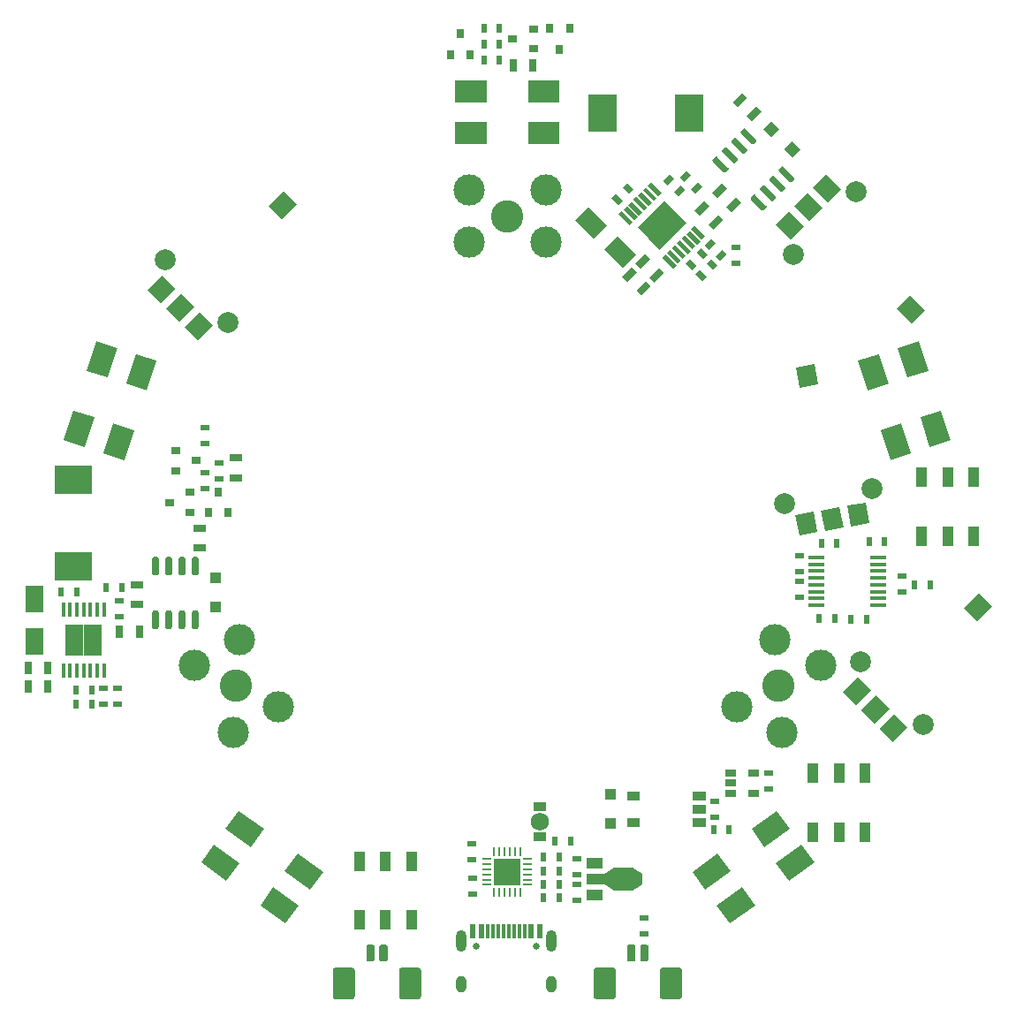
<source format=gbs>
G04 #@! TF.GenerationSoftware,KiCad,Pcbnew,5.1.5+dfsg1-2build2*
G04 #@! TF.CreationDate,2020-08-12T20:41:45+02:00*
G04 #@! TF.ProjectId,camera-flash,63616d65-7261-42d6-966c-6173682e6b69,rev?*
G04 #@! TF.SameCoordinates,Original*
G04 #@! TF.FileFunction,Soldermask,Bot*
G04 #@! TF.FilePolarity,Negative*
%FSLAX46Y46*%
G04 Gerber Fmt 4.6, Leading zero omitted, Abs format (unit mm)*
G04 Created by KiCad (PCBNEW 5.1.5+dfsg1-2build2) date 2020-08-12 20:41:45*
%MOMM*%
%LPD*%
G04 APERTURE LIST*
%ADD10C,3.000000*%
%ADD11C,3.100000*%
%ADD12C,2.000000*%
%ADD13C,0.100000*%
%ADD14R,1.100000X1.100000*%
%ADD15R,0.700000X1.300000*%
%ADD16R,1.500000X0.450000*%
%ADD17R,1.060000X0.650000*%
%ADD18R,1.800000X1.500000*%
%ADD19R,0.450000X1.450000*%
%ADD20R,1.840000X2.200000*%
%ADD21R,1.500000X1.000000*%
%ADD22R,1.800000X1.000000*%
%ADD23R,0.825000X0.250000*%
%ADD24R,0.250000X0.825000*%
%ADD25R,2.650000X2.650000*%
%ADD26R,1.100000X1.950000*%
%ADD27R,0.600000X0.900000*%
%ADD28R,0.900000X0.600000*%
%ADD29R,1.300000X0.700000*%
%ADD30R,0.900000X0.800000*%
%ADD31R,0.800000X0.900000*%
%ADD32R,3.600000X2.700000*%
%ADD33R,2.700000X3.600000*%
%ADD34R,0.600000X1.450000*%
%ADD35O,1.000000X2.100000*%
%ADD36O,1.000000X1.600000*%
%ADD37C,0.650000*%
%ADD38R,0.300000X1.450000*%
%ADD39R,1.300000X0.900000*%
%ADD40C,1.750000*%
%ADD41R,1.800000X2.500000*%
G04 APERTURE END LIST*
D10*
X73704936Y-119454294D03*
X70004936Y-113045706D03*
X74335064Y-110545706D03*
X78035064Y-116954294D03*
D11*
X74020000Y-115000000D03*
D10*
X129995064Y-113045706D03*
X126295064Y-119454294D03*
X121964936Y-116954294D03*
X125664936Y-110545706D03*
D11*
X125980000Y-115000000D03*
D10*
X96300000Y-67500000D03*
X103700000Y-67500000D03*
X103700000Y-72500000D03*
X96300000Y-72500000D03*
D11*
X100000000Y-70000000D03*
D12*
X139816117Y-118694291D03*
X133805709Y-112683883D03*
D13*
G36*
X132144008Y-115547666D02*
G01*
X133558222Y-114133452D01*
X134831014Y-115406244D01*
X133416800Y-116820458D01*
X132144008Y-115547666D01*
G37*
G36*
X138366548Y-118941778D02*
G01*
X136952334Y-120355992D01*
X135679542Y-119083200D01*
X137093756Y-117668986D01*
X138366548Y-118941778D01*
G37*
G36*
X136598781Y-117174011D02*
G01*
X135184567Y-118588225D01*
X133911775Y-117315433D01*
X135325989Y-115901219D01*
X136598781Y-117174011D01*
G37*
G36*
X146427565Y-107345227D02*
G01*
X145013351Y-108759441D01*
X143740559Y-107486649D01*
X145154773Y-106072435D01*
X146427565Y-107345227D01*
G37*
D12*
X134940498Y-96078438D03*
X126569632Y-97554447D03*
D13*
G36*
X127962393Y-100558231D02*
G01*
X127615097Y-98588616D01*
X129387751Y-98276049D01*
X129735047Y-100245664D01*
X127962393Y-100558231D01*
G37*
G36*
X134311789Y-97407808D02*
G01*
X134659085Y-99377423D01*
X132886431Y-99689990D01*
X132539135Y-97720375D01*
X134311789Y-97407808D01*
G37*
G36*
X131849770Y-97841929D02*
G01*
X132197066Y-99811544D01*
X130424412Y-100124111D01*
X130077116Y-98154496D01*
X131849770Y-97841929D01*
G37*
G36*
X129436060Y-84153101D02*
G01*
X129783356Y-86122716D01*
X128010702Y-86435283D01*
X127663406Y-84465668D01*
X129436060Y-84153101D01*
G37*
D12*
X73216117Y-80194291D03*
X67205709Y-74183883D03*
D13*
G36*
X65544008Y-77047666D02*
G01*
X66958222Y-75633452D01*
X68231014Y-76906244D01*
X66816800Y-78320458D01*
X65544008Y-77047666D01*
G37*
G36*
X71766548Y-80441778D02*
G01*
X70352334Y-81855992D01*
X69079542Y-80583200D01*
X70493756Y-79168986D01*
X71766548Y-80441778D01*
G37*
G36*
X69998781Y-78674011D02*
G01*
X68584567Y-80088225D01*
X67311775Y-78815433D01*
X68725989Y-77401219D01*
X69998781Y-78674011D01*
G37*
G36*
X79827565Y-68845227D02*
G01*
X78413351Y-70259441D01*
X77140559Y-68986649D01*
X78554773Y-67572435D01*
X79827565Y-68845227D01*
G37*
D12*
X127405709Y-73616117D03*
X133416117Y-67605709D03*
D13*
G36*
X130552334Y-65944008D02*
G01*
X131966548Y-67358222D01*
X130693756Y-68631014D01*
X129279542Y-67216800D01*
X130552334Y-65944008D01*
G37*
G36*
X127158222Y-72166548D02*
G01*
X125744008Y-70752334D01*
X127016800Y-69479542D01*
X128431014Y-70893756D01*
X127158222Y-72166548D01*
G37*
G36*
X128925989Y-70398781D02*
G01*
X127511775Y-68984567D01*
X128784567Y-67711775D01*
X130198781Y-69125989D01*
X128925989Y-70398781D01*
G37*
G36*
X138754773Y-80227565D02*
G01*
X137340559Y-78813351D01*
X138613351Y-77540559D01*
X140027565Y-78954773D01*
X138754773Y-80227565D01*
G37*
D14*
X109866548Y-125397918D03*
X109866548Y-128197918D03*
X72000000Y-104600000D03*
X72000000Y-107400000D03*
D13*
G36*
X126087868Y-61610051D02*
G01*
X125310051Y-62387868D01*
X124532234Y-61610051D01*
X125310051Y-60832234D01*
X126087868Y-61610051D01*
G37*
G36*
X128067766Y-63589949D02*
G01*
X127289949Y-64367766D01*
X126512132Y-63589949D01*
X127289949Y-62812132D01*
X128067766Y-63589949D01*
G37*
G36*
X66443765Y-107783565D02*
G01*
X66458326Y-107785725D01*
X66472605Y-107789302D01*
X66486465Y-107794261D01*
X66499772Y-107800555D01*
X66512398Y-107808123D01*
X66524221Y-107816891D01*
X66535128Y-107826777D01*
X66545014Y-107837684D01*
X66553782Y-107849507D01*
X66561350Y-107862133D01*
X66567644Y-107875440D01*
X66572603Y-107889300D01*
X66576180Y-107903579D01*
X66578340Y-107918140D01*
X66579062Y-107932843D01*
X66579062Y-109382843D01*
X66578340Y-109397546D01*
X66576180Y-109412107D01*
X66572603Y-109426386D01*
X66567644Y-109440246D01*
X66561350Y-109453553D01*
X66553782Y-109466179D01*
X66545014Y-109478002D01*
X66535128Y-109488909D01*
X66524221Y-109498795D01*
X66512398Y-109507563D01*
X66499772Y-109515131D01*
X66486465Y-109521425D01*
X66472605Y-109526384D01*
X66458326Y-109529961D01*
X66443765Y-109532121D01*
X66429062Y-109532843D01*
X66129062Y-109532843D01*
X66114359Y-109532121D01*
X66099798Y-109529961D01*
X66085519Y-109526384D01*
X66071659Y-109521425D01*
X66058352Y-109515131D01*
X66045726Y-109507563D01*
X66033903Y-109498795D01*
X66022996Y-109488909D01*
X66013110Y-109478002D01*
X66004342Y-109466179D01*
X65996774Y-109453553D01*
X65990480Y-109440246D01*
X65985521Y-109426386D01*
X65981944Y-109412107D01*
X65979784Y-109397546D01*
X65979062Y-109382843D01*
X65979062Y-107932843D01*
X65979784Y-107918140D01*
X65981944Y-107903579D01*
X65985521Y-107889300D01*
X65990480Y-107875440D01*
X65996774Y-107862133D01*
X66004342Y-107849507D01*
X66013110Y-107837684D01*
X66022996Y-107826777D01*
X66033903Y-107816891D01*
X66045726Y-107808123D01*
X66058352Y-107800555D01*
X66071659Y-107794261D01*
X66085519Y-107789302D01*
X66099798Y-107785725D01*
X66114359Y-107783565D01*
X66129062Y-107782843D01*
X66429062Y-107782843D01*
X66443765Y-107783565D01*
G37*
G36*
X67713765Y-107783565D02*
G01*
X67728326Y-107785725D01*
X67742605Y-107789302D01*
X67756465Y-107794261D01*
X67769772Y-107800555D01*
X67782398Y-107808123D01*
X67794221Y-107816891D01*
X67805128Y-107826777D01*
X67815014Y-107837684D01*
X67823782Y-107849507D01*
X67831350Y-107862133D01*
X67837644Y-107875440D01*
X67842603Y-107889300D01*
X67846180Y-107903579D01*
X67848340Y-107918140D01*
X67849062Y-107932843D01*
X67849062Y-109382843D01*
X67848340Y-109397546D01*
X67846180Y-109412107D01*
X67842603Y-109426386D01*
X67837644Y-109440246D01*
X67831350Y-109453553D01*
X67823782Y-109466179D01*
X67815014Y-109478002D01*
X67805128Y-109488909D01*
X67794221Y-109498795D01*
X67782398Y-109507563D01*
X67769772Y-109515131D01*
X67756465Y-109521425D01*
X67742605Y-109526384D01*
X67728326Y-109529961D01*
X67713765Y-109532121D01*
X67699062Y-109532843D01*
X67399062Y-109532843D01*
X67384359Y-109532121D01*
X67369798Y-109529961D01*
X67355519Y-109526384D01*
X67341659Y-109521425D01*
X67328352Y-109515131D01*
X67315726Y-109507563D01*
X67303903Y-109498795D01*
X67292996Y-109488909D01*
X67283110Y-109478002D01*
X67274342Y-109466179D01*
X67266774Y-109453553D01*
X67260480Y-109440246D01*
X67255521Y-109426386D01*
X67251944Y-109412107D01*
X67249784Y-109397546D01*
X67249062Y-109382843D01*
X67249062Y-107932843D01*
X67249784Y-107918140D01*
X67251944Y-107903579D01*
X67255521Y-107889300D01*
X67260480Y-107875440D01*
X67266774Y-107862133D01*
X67274342Y-107849507D01*
X67283110Y-107837684D01*
X67292996Y-107826777D01*
X67303903Y-107816891D01*
X67315726Y-107808123D01*
X67328352Y-107800555D01*
X67341659Y-107794261D01*
X67355519Y-107789302D01*
X67369798Y-107785725D01*
X67384359Y-107783565D01*
X67399062Y-107782843D01*
X67699062Y-107782843D01*
X67713765Y-107783565D01*
G37*
G36*
X68983765Y-107783565D02*
G01*
X68998326Y-107785725D01*
X69012605Y-107789302D01*
X69026465Y-107794261D01*
X69039772Y-107800555D01*
X69052398Y-107808123D01*
X69064221Y-107816891D01*
X69075128Y-107826777D01*
X69085014Y-107837684D01*
X69093782Y-107849507D01*
X69101350Y-107862133D01*
X69107644Y-107875440D01*
X69112603Y-107889300D01*
X69116180Y-107903579D01*
X69118340Y-107918140D01*
X69119062Y-107932843D01*
X69119062Y-109382843D01*
X69118340Y-109397546D01*
X69116180Y-109412107D01*
X69112603Y-109426386D01*
X69107644Y-109440246D01*
X69101350Y-109453553D01*
X69093782Y-109466179D01*
X69085014Y-109478002D01*
X69075128Y-109488909D01*
X69064221Y-109498795D01*
X69052398Y-109507563D01*
X69039772Y-109515131D01*
X69026465Y-109521425D01*
X69012605Y-109526384D01*
X68998326Y-109529961D01*
X68983765Y-109532121D01*
X68969062Y-109532843D01*
X68669062Y-109532843D01*
X68654359Y-109532121D01*
X68639798Y-109529961D01*
X68625519Y-109526384D01*
X68611659Y-109521425D01*
X68598352Y-109515131D01*
X68585726Y-109507563D01*
X68573903Y-109498795D01*
X68562996Y-109488909D01*
X68553110Y-109478002D01*
X68544342Y-109466179D01*
X68536774Y-109453553D01*
X68530480Y-109440246D01*
X68525521Y-109426386D01*
X68521944Y-109412107D01*
X68519784Y-109397546D01*
X68519062Y-109382843D01*
X68519062Y-107932843D01*
X68519784Y-107918140D01*
X68521944Y-107903579D01*
X68525521Y-107889300D01*
X68530480Y-107875440D01*
X68536774Y-107862133D01*
X68544342Y-107849507D01*
X68553110Y-107837684D01*
X68562996Y-107826777D01*
X68573903Y-107816891D01*
X68585726Y-107808123D01*
X68598352Y-107800555D01*
X68611659Y-107794261D01*
X68625519Y-107789302D01*
X68639798Y-107785725D01*
X68654359Y-107783565D01*
X68669062Y-107782843D01*
X68969062Y-107782843D01*
X68983765Y-107783565D01*
G37*
G36*
X70253765Y-107783565D02*
G01*
X70268326Y-107785725D01*
X70282605Y-107789302D01*
X70296465Y-107794261D01*
X70309772Y-107800555D01*
X70322398Y-107808123D01*
X70334221Y-107816891D01*
X70345128Y-107826777D01*
X70355014Y-107837684D01*
X70363782Y-107849507D01*
X70371350Y-107862133D01*
X70377644Y-107875440D01*
X70382603Y-107889300D01*
X70386180Y-107903579D01*
X70388340Y-107918140D01*
X70389062Y-107932843D01*
X70389062Y-109382843D01*
X70388340Y-109397546D01*
X70386180Y-109412107D01*
X70382603Y-109426386D01*
X70377644Y-109440246D01*
X70371350Y-109453553D01*
X70363782Y-109466179D01*
X70355014Y-109478002D01*
X70345128Y-109488909D01*
X70334221Y-109498795D01*
X70322398Y-109507563D01*
X70309772Y-109515131D01*
X70296465Y-109521425D01*
X70282605Y-109526384D01*
X70268326Y-109529961D01*
X70253765Y-109532121D01*
X70239062Y-109532843D01*
X69939062Y-109532843D01*
X69924359Y-109532121D01*
X69909798Y-109529961D01*
X69895519Y-109526384D01*
X69881659Y-109521425D01*
X69868352Y-109515131D01*
X69855726Y-109507563D01*
X69843903Y-109498795D01*
X69832996Y-109488909D01*
X69823110Y-109478002D01*
X69814342Y-109466179D01*
X69806774Y-109453553D01*
X69800480Y-109440246D01*
X69795521Y-109426386D01*
X69791944Y-109412107D01*
X69789784Y-109397546D01*
X69789062Y-109382843D01*
X69789062Y-107932843D01*
X69789784Y-107918140D01*
X69791944Y-107903579D01*
X69795521Y-107889300D01*
X69800480Y-107875440D01*
X69806774Y-107862133D01*
X69814342Y-107849507D01*
X69823110Y-107837684D01*
X69832996Y-107826777D01*
X69843903Y-107816891D01*
X69855726Y-107808123D01*
X69868352Y-107800555D01*
X69881659Y-107794261D01*
X69895519Y-107789302D01*
X69909798Y-107785725D01*
X69924359Y-107783565D01*
X69939062Y-107782843D01*
X70239062Y-107782843D01*
X70253765Y-107783565D01*
G37*
G36*
X70253765Y-102633565D02*
G01*
X70268326Y-102635725D01*
X70282605Y-102639302D01*
X70296465Y-102644261D01*
X70309772Y-102650555D01*
X70322398Y-102658123D01*
X70334221Y-102666891D01*
X70345128Y-102676777D01*
X70355014Y-102687684D01*
X70363782Y-102699507D01*
X70371350Y-102712133D01*
X70377644Y-102725440D01*
X70382603Y-102739300D01*
X70386180Y-102753579D01*
X70388340Y-102768140D01*
X70389062Y-102782843D01*
X70389062Y-104232843D01*
X70388340Y-104247546D01*
X70386180Y-104262107D01*
X70382603Y-104276386D01*
X70377644Y-104290246D01*
X70371350Y-104303553D01*
X70363782Y-104316179D01*
X70355014Y-104328002D01*
X70345128Y-104338909D01*
X70334221Y-104348795D01*
X70322398Y-104357563D01*
X70309772Y-104365131D01*
X70296465Y-104371425D01*
X70282605Y-104376384D01*
X70268326Y-104379961D01*
X70253765Y-104382121D01*
X70239062Y-104382843D01*
X69939062Y-104382843D01*
X69924359Y-104382121D01*
X69909798Y-104379961D01*
X69895519Y-104376384D01*
X69881659Y-104371425D01*
X69868352Y-104365131D01*
X69855726Y-104357563D01*
X69843903Y-104348795D01*
X69832996Y-104338909D01*
X69823110Y-104328002D01*
X69814342Y-104316179D01*
X69806774Y-104303553D01*
X69800480Y-104290246D01*
X69795521Y-104276386D01*
X69791944Y-104262107D01*
X69789784Y-104247546D01*
X69789062Y-104232843D01*
X69789062Y-102782843D01*
X69789784Y-102768140D01*
X69791944Y-102753579D01*
X69795521Y-102739300D01*
X69800480Y-102725440D01*
X69806774Y-102712133D01*
X69814342Y-102699507D01*
X69823110Y-102687684D01*
X69832996Y-102676777D01*
X69843903Y-102666891D01*
X69855726Y-102658123D01*
X69868352Y-102650555D01*
X69881659Y-102644261D01*
X69895519Y-102639302D01*
X69909798Y-102635725D01*
X69924359Y-102633565D01*
X69939062Y-102632843D01*
X70239062Y-102632843D01*
X70253765Y-102633565D01*
G37*
G36*
X68983765Y-102633565D02*
G01*
X68998326Y-102635725D01*
X69012605Y-102639302D01*
X69026465Y-102644261D01*
X69039772Y-102650555D01*
X69052398Y-102658123D01*
X69064221Y-102666891D01*
X69075128Y-102676777D01*
X69085014Y-102687684D01*
X69093782Y-102699507D01*
X69101350Y-102712133D01*
X69107644Y-102725440D01*
X69112603Y-102739300D01*
X69116180Y-102753579D01*
X69118340Y-102768140D01*
X69119062Y-102782843D01*
X69119062Y-104232843D01*
X69118340Y-104247546D01*
X69116180Y-104262107D01*
X69112603Y-104276386D01*
X69107644Y-104290246D01*
X69101350Y-104303553D01*
X69093782Y-104316179D01*
X69085014Y-104328002D01*
X69075128Y-104338909D01*
X69064221Y-104348795D01*
X69052398Y-104357563D01*
X69039772Y-104365131D01*
X69026465Y-104371425D01*
X69012605Y-104376384D01*
X68998326Y-104379961D01*
X68983765Y-104382121D01*
X68969062Y-104382843D01*
X68669062Y-104382843D01*
X68654359Y-104382121D01*
X68639798Y-104379961D01*
X68625519Y-104376384D01*
X68611659Y-104371425D01*
X68598352Y-104365131D01*
X68585726Y-104357563D01*
X68573903Y-104348795D01*
X68562996Y-104338909D01*
X68553110Y-104328002D01*
X68544342Y-104316179D01*
X68536774Y-104303553D01*
X68530480Y-104290246D01*
X68525521Y-104276386D01*
X68521944Y-104262107D01*
X68519784Y-104247546D01*
X68519062Y-104232843D01*
X68519062Y-102782843D01*
X68519784Y-102768140D01*
X68521944Y-102753579D01*
X68525521Y-102739300D01*
X68530480Y-102725440D01*
X68536774Y-102712133D01*
X68544342Y-102699507D01*
X68553110Y-102687684D01*
X68562996Y-102676777D01*
X68573903Y-102666891D01*
X68585726Y-102658123D01*
X68598352Y-102650555D01*
X68611659Y-102644261D01*
X68625519Y-102639302D01*
X68639798Y-102635725D01*
X68654359Y-102633565D01*
X68669062Y-102632843D01*
X68969062Y-102632843D01*
X68983765Y-102633565D01*
G37*
G36*
X67713765Y-102633565D02*
G01*
X67728326Y-102635725D01*
X67742605Y-102639302D01*
X67756465Y-102644261D01*
X67769772Y-102650555D01*
X67782398Y-102658123D01*
X67794221Y-102666891D01*
X67805128Y-102676777D01*
X67815014Y-102687684D01*
X67823782Y-102699507D01*
X67831350Y-102712133D01*
X67837644Y-102725440D01*
X67842603Y-102739300D01*
X67846180Y-102753579D01*
X67848340Y-102768140D01*
X67849062Y-102782843D01*
X67849062Y-104232843D01*
X67848340Y-104247546D01*
X67846180Y-104262107D01*
X67842603Y-104276386D01*
X67837644Y-104290246D01*
X67831350Y-104303553D01*
X67823782Y-104316179D01*
X67815014Y-104328002D01*
X67805128Y-104338909D01*
X67794221Y-104348795D01*
X67782398Y-104357563D01*
X67769772Y-104365131D01*
X67756465Y-104371425D01*
X67742605Y-104376384D01*
X67728326Y-104379961D01*
X67713765Y-104382121D01*
X67699062Y-104382843D01*
X67399062Y-104382843D01*
X67384359Y-104382121D01*
X67369798Y-104379961D01*
X67355519Y-104376384D01*
X67341659Y-104371425D01*
X67328352Y-104365131D01*
X67315726Y-104357563D01*
X67303903Y-104348795D01*
X67292996Y-104338909D01*
X67283110Y-104328002D01*
X67274342Y-104316179D01*
X67266774Y-104303553D01*
X67260480Y-104290246D01*
X67255521Y-104276386D01*
X67251944Y-104262107D01*
X67249784Y-104247546D01*
X67249062Y-104232843D01*
X67249062Y-102782843D01*
X67249784Y-102768140D01*
X67251944Y-102753579D01*
X67255521Y-102739300D01*
X67260480Y-102725440D01*
X67266774Y-102712133D01*
X67274342Y-102699507D01*
X67283110Y-102687684D01*
X67292996Y-102676777D01*
X67303903Y-102666891D01*
X67315726Y-102658123D01*
X67328352Y-102650555D01*
X67341659Y-102644261D01*
X67355519Y-102639302D01*
X67369798Y-102635725D01*
X67384359Y-102633565D01*
X67399062Y-102632843D01*
X67699062Y-102632843D01*
X67713765Y-102633565D01*
G37*
G36*
X66443765Y-102633565D02*
G01*
X66458326Y-102635725D01*
X66472605Y-102639302D01*
X66486465Y-102644261D01*
X66499772Y-102650555D01*
X66512398Y-102658123D01*
X66524221Y-102666891D01*
X66535128Y-102676777D01*
X66545014Y-102687684D01*
X66553782Y-102699507D01*
X66561350Y-102712133D01*
X66567644Y-102725440D01*
X66572603Y-102739300D01*
X66576180Y-102753579D01*
X66578340Y-102768140D01*
X66579062Y-102782843D01*
X66579062Y-104232843D01*
X66578340Y-104247546D01*
X66576180Y-104262107D01*
X66572603Y-104276386D01*
X66567644Y-104290246D01*
X66561350Y-104303553D01*
X66553782Y-104316179D01*
X66545014Y-104328002D01*
X66535128Y-104338909D01*
X66524221Y-104348795D01*
X66512398Y-104357563D01*
X66499772Y-104365131D01*
X66486465Y-104371425D01*
X66472605Y-104376384D01*
X66458326Y-104379961D01*
X66443765Y-104382121D01*
X66429062Y-104382843D01*
X66129062Y-104382843D01*
X66114359Y-104382121D01*
X66099798Y-104379961D01*
X66085519Y-104376384D01*
X66071659Y-104371425D01*
X66058352Y-104365131D01*
X66045726Y-104357563D01*
X66033903Y-104348795D01*
X66022996Y-104338909D01*
X66013110Y-104328002D01*
X66004342Y-104316179D01*
X65996774Y-104303553D01*
X65990480Y-104290246D01*
X65985521Y-104276386D01*
X65981944Y-104262107D01*
X65979784Y-104247546D01*
X65979062Y-104232843D01*
X65979062Y-102782843D01*
X65979784Y-102768140D01*
X65981944Y-102753579D01*
X65985521Y-102739300D01*
X65990480Y-102725440D01*
X65996774Y-102712133D01*
X66004342Y-102699507D01*
X66013110Y-102687684D01*
X66022996Y-102676777D01*
X66033903Y-102666891D01*
X66045726Y-102658123D01*
X66058352Y-102650555D01*
X66071659Y-102644261D01*
X66085519Y-102639302D01*
X66099798Y-102635725D01*
X66114359Y-102633565D01*
X66129062Y-102632843D01*
X66429062Y-102632843D01*
X66443765Y-102633565D01*
G37*
G36*
X123681879Y-67899842D02*
G01*
X123696440Y-67902002D01*
X123710719Y-67905579D01*
X123724579Y-67910538D01*
X123737886Y-67916832D01*
X123750512Y-67924400D01*
X123762335Y-67933168D01*
X123773242Y-67943054D01*
X124798546Y-68968358D01*
X124808432Y-68979265D01*
X124817200Y-68991088D01*
X124824768Y-69003714D01*
X124831062Y-69017021D01*
X124836021Y-69030881D01*
X124839598Y-69045160D01*
X124841758Y-69059721D01*
X124842480Y-69074424D01*
X124841758Y-69089127D01*
X124839598Y-69103688D01*
X124836021Y-69117967D01*
X124831062Y-69131827D01*
X124824768Y-69145134D01*
X124817200Y-69157760D01*
X124808432Y-69169583D01*
X124798546Y-69180490D01*
X124586414Y-69392622D01*
X124575507Y-69402508D01*
X124563684Y-69411276D01*
X124551058Y-69418844D01*
X124537751Y-69425138D01*
X124523891Y-69430097D01*
X124509612Y-69433674D01*
X124495051Y-69435834D01*
X124480348Y-69436556D01*
X124465645Y-69435834D01*
X124451084Y-69433674D01*
X124436805Y-69430097D01*
X124422945Y-69425138D01*
X124409638Y-69418844D01*
X124397012Y-69411276D01*
X124385189Y-69402508D01*
X124374282Y-69392622D01*
X123348978Y-68367318D01*
X123339092Y-68356411D01*
X123330324Y-68344588D01*
X123322756Y-68331962D01*
X123316462Y-68318655D01*
X123311503Y-68304795D01*
X123307926Y-68290516D01*
X123305766Y-68275955D01*
X123305044Y-68261252D01*
X123305766Y-68246549D01*
X123307926Y-68231988D01*
X123311503Y-68217709D01*
X123316462Y-68203849D01*
X123322756Y-68190542D01*
X123330324Y-68177916D01*
X123339092Y-68166093D01*
X123348978Y-68155186D01*
X123561110Y-67943054D01*
X123572017Y-67933168D01*
X123583840Y-67924400D01*
X123596466Y-67916832D01*
X123609773Y-67910538D01*
X123623633Y-67905579D01*
X123637912Y-67902002D01*
X123652473Y-67899842D01*
X123667176Y-67899120D01*
X123681879Y-67899842D01*
G37*
G36*
X124579904Y-67001817D02*
G01*
X124594465Y-67003977D01*
X124608744Y-67007554D01*
X124622604Y-67012513D01*
X124635911Y-67018807D01*
X124648537Y-67026375D01*
X124660360Y-67035143D01*
X124671267Y-67045029D01*
X125696571Y-68070333D01*
X125706457Y-68081240D01*
X125715225Y-68093063D01*
X125722793Y-68105689D01*
X125729087Y-68118996D01*
X125734046Y-68132856D01*
X125737623Y-68147135D01*
X125739783Y-68161696D01*
X125740505Y-68176399D01*
X125739783Y-68191102D01*
X125737623Y-68205663D01*
X125734046Y-68219942D01*
X125729087Y-68233802D01*
X125722793Y-68247109D01*
X125715225Y-68259735D01*
X125706457Y-68271558D01*
X125696571Y-68282465D01*
X125484439Y-68494597D01*
X125473532Y-68504483D01*
X125461709Y-68513251D01*
X125449083Y-68520819D01*
X125435776Y-68527113D01*
X125421916Y-68532072D01*
X125407637Y-68535649D01*
X125393076Y-68537809D01*
X125378373Y-68538531D01*
X125363670Y-68537809D01*
X125349109Y-68535649D01*
X125334830Y-68532072D01*
X125320970Y-68527113D01*
X125307663Y-68520819D01*
X125295037Y-68513251D01*
X125283214Y-68504483D01*
X125272307Y-68494597D01*
X124247003Y-67469293D01*
X124237117Y-67458386D01*
X124228349Y-67446563D01*
X124220781Y-67433937D01*
X124214487Y-67420630D01*
X124209528Y-67406770D01*
X124205951Y-67392491D01*
X124203791Y-67377930D01*
X124203069Y-67363227D01*
X124203791Y-67348524D01*
X124205951Y-67333963D01*
X124209528Y-67319684D01*
X124214487Y-67305824D01*
X124220781Y-67292517D01*
X124228349Y-67279891D01*
X124237117Y-67268068D01*
X124247003Y-67257161D01*
X124459135Y-67045029D01*
X124470042Y-67035143D01*
X124481865Y-67026375D01*
X124494491Y-67018807D01*
X124507798Y-67012513D01*
X124521658Y-67007554D01*
X124535937Y-67003977D01*
X124550498Y-67001817D01*
X124565201Y-67001095D01*
X124579904Y-67001817D01*
G37*
G36*
X125477930Y-66103791D02*
G01*
X125492491Y-66105951D01*
X125506770Y-66109528D01*
X125520630Y-66114487D01*
X125533937Y-66120781D01*
X125546563Y-66128349D01*
X125558386Y-66137117D01*
X125569293Y-66147003D01*
X126594597Y-67172307D01*
X126604483Y-67183214D01*
X126613251Y-67195037D01*
X126620819Y-67207663D01*
X126627113Y-67220970D01*
X126632072Y-67234830D01*
X126635649Y-67249109D01*
X126637809Y-67263670D01*
X126638531Y-67278373D01*
X126637809Y-67293076D01*
X126635649Y-67307637D01*
X126632072Y-67321916D01*
X126627113Y-67335776D01*
X126620819Y-67349083D01*
X126613251Y-67361709D01*
X126604483Y-67373532D01*
X126594597Y-67384439D01*
X126382465Y-67596571D01*
X126371558Y-67606457D01*
X126359735Y-67615225D01*
X126347109Y-67622793D01*
X126333802Y-67629087D01*
X126319942Y-67634046D01*
X126305663Y-67637623D01*
X126291102Y-67639783D01*
X126276399Y-67640505D01*
X126261696Y-67639783D01*
X126247135Y-67637623D01*
X126232856Y-67634046D01*
X126218996Y-67629087D01*
X126205689Y-67622793D01*
X126193063Y-67615225D01*
X126181240Y-67606457D01*
X126170333Y-67596571D01*
X125145029Y-66571267D01*
X125135143Y-66560360D01*
X125126375Y-66548537D01*
X125118807Y-66535911D01*
X125112513Y-66522604D01*
X125107554Y-66508744D01*
X125103977Y-66494465D01*
X125101817Y-66479904D01*
X125101095Y-66465201D01*
X125101817Y-66450498D01*
X125103977Y-66435937D01*
X125107554Y-66421658D01*
X125112513Y-66407798D01*
X125118807Y-66394491D01*
X125126375Y-66381865D01*
X125135143Y-66370042D01*
X125145029Y-66359135D01*
X125357161Y-66147003D01*
X125368068Y-66137117D01*
X125379891Y-66128349D01*
X125392517Y-66120781D01*
X125405824Y-66114487D01*
X125419684Y-66109528D01*
X125433963Y-66105951D01*
X125448524Y-66103791D01*
X125463227Y-66103069D01*
X125477930Y-66103791D01*
G37*
G36*
X126375955Y-65205766D02*
G01*
X126390516Y-65207926D01*
X126404795Y-65211503D01*
X126418655Y-65216462D01*
X126431962Y-65222756D01*
X126444588Y-65230324D01*
X126456411Y-65239092D01*
X126467318Y-65248978D01*
X127492622Y-66274282D01*
X127502508Y-66285189D01*
X127511276Y-66297012D01*
X127518844Y-66309638D01*
X127525138Y-66322945D01*
X127530097Y-66336805D01*
X127533674Y-66351084D01*
X127535834Y-66365645D01*
X127536556Y-66380348D01*
X127535834Y-66395051D01*
X127533674Y-66409612D01*
X127530097Y-66423891D01*
X127525138Y-66437751D01*
X127518844Y-66451058D01*
X127511276Y-66463684D01*
X127502508Y-66475507D01*
X127492622Y-66486414D01*
X127280490Y-66698546D01*
X127269583Y-66708432D01*
X127257760Y-66717200D01*
X127245134Y-66724768D01*
X127231827Y-66731062D01*
X127217967Y-66736021D01*
X127203688Y-66739598D01*
X127189127Y-66741758D01*
X127174424Y-66742480D01*
X127159721Y-66741758D01*
X127145160Y-66739598D01*
X127130881Y-66736021D01*
X127117021Y-66731062D01*
X127103714Y-66724768D01*
X127091088Y-66717200D01*
X127079265Y-66708432D01*
X127068358Y-66698546D01*
X126043054Y-65673242D01*
X126033168Y-65662335D01*
X126024400Y-65650512D01*
X126016832Y-65637886D01*
X126010538Y-65624579D01*
X126005579Y-65610719D01*
X126002002Y-65596440D01*
X125999842Y-65581879D01*
X125999120Y-65567176D01*
X125999842Y-65552473D01*
X126002002Y-65537912D01*
X126005579Y-65523633D01*
X126010538Y-65509773D01*
X126016832Y-65496466D01*
X126024400Y-65483840D01*
X126033168Y-65472017D01*
X126043054Y-65461110D01*
X126255186Y-65248978D01*
X126266093Y-65239092D01*
X126277916Y-65230324D01*
X126290542Y-65222756D01*
X126303849Y-65216462D01*
X126317709Y-65211503D01*
X126331988Y-65207926D01*
X126346549Y-65205766D01*
X126361252Y-65205044D01*
X126375955Y-65205766D01*
G37*
G36*
X122734355Y-61564166D02*
G01*
X122748916Y-61566326D01*
X122763195Y-61569903D01*
X122777055Y-61574862D01*
X122790362Y-61581156D01*
X122802988Y-61588724D01*
X122814811Y-61597492D01*
X122825718Y-61607378D01*
X123851022Y-62632682D01*
X123860908Y-62643589D01*
X123869676Y-62655412D01*
X123877244Y-62668038D01*
X123883538Y-62681345D01*
X123888497Y-62695205D01*
X123892074Y-62709484D01*
X123894234Y-62724045D01*
X123894956Y-62738748D01*
X123894234Y-62753451D01*
X123892074Y-62768012D01*
X123888497Y-62782291D01*
X123883538Y-62796151D01*
X123877244Y-62809458D01*
X123869676Y-62822084D01*
X123860908Y-62833907D01*
X123851022Y-62844814D01*
X123638890Y-63056946D01*
X123627983Y-63066832D01*
X123616160Y-63075600D01*
X123603534Y-63083168D01*
X123590227Y-63089462D01*
X123576367Y-63094421D01*
X123562088Y-63097998D01*
X123547527Y-63100158D01*
X123532824Y-63100880D01*
X123518121Y-63100158D01*
X123503560Y-63097998D01*
X123489281Y-63094421D01*
X123475421Y-63089462D01*
X123462114Y-63083168D01*
X123449488Y-63075600D01*
X123437665Y-63066832D01*
X123426758Y-63056946D01*
X122401454Y-62031642D01*
X122391568Y-62020735D01*
X122382800Y-62008912D01*
X122375232Y-61996286D01*
X122368938Y-61982979D01*
X122363979Y-61969119D01*
X122360402Y-61954840D01*
X122358242Y-61940279D01*
X122357520Y-61925576D01*
X122358242Y-61910873D01*
X122360402Y-61896312D01*
X122363979Y-61882033D01*
X122368938Y-61868173D01*
X122375232Y-61854866D01*
X122382800Y-61842240D01*
X122391568Y-61830417D01*
X122401454Y-61819510D01*
X122613586Y-61607378D01*
X122624493Y-61597492D01*
X122636316Y-61588724D01*
X122648942Y-61581156D01*
X122662249Y-61574862D01*
X122676109Y-61569903D01*
X122690388Y-61566326D01*
X122704949Y-61564166D01*
X122719652Y-61563444D01*
X122734355Y-61564166D01*
G37*
G36*
X121836330Y-62462191D02*
G01*
X121850891Y-62464351D01*
X121865170Y-62467928D01*
X121879030Y-62472887D01*
X121892337Y-62479181D01*
X121904963Y-62486749D01*
X121916786Y-62495517D01*
X121927693Y-62505403D01*
X122952997Y-63530707D01*
X122962883Y-63541614D01*
X122971651Y-63553437D01*
X122979219Y-63566063D01*
X122985513Y-63579370D01*
X122990472Y-63593230D01*
X122994049Y-63607509D01*
X122996209Y-63622070D01*
X122996931Y-63636773D01*
X122996209Y-63651476D01*
X122994049Y-63666037D01*
X122990472Y-63680316D01*
X122985513Y-63694176D01*
X122979219Y-63707483D01*
X122971651Y-63720109D01*
X122962883Y-63731932D01*
X122952997Y-63742839D01*
X122740865Y-63954971D01*
X122729958Y-63964857D01*
X122718135Y-63973625D01*
X122705509Y-63981193D01*
X122692202Y-63987487D01*
X122678342Y-63992446D01*
X122664063Y-63996023D01*
X122649502Y-63998183D01*
X122634799Y-63998905D01*
X122620096Y-63998183D01*
X122605535Y-63996023D01*
X122591256Y-63992446D01*
X122577396Y-63987487D01*
X122564089Y-63981193D01*
X122551463Y-63973625D01*
X122539640Y-63964857D01*
X122528733Y-63954971D01*
X121503429Y-62929667D01*
X121493543Y-62918760D01*
X121484775Y-62906937D01*
X121477207Y-62894311D01*
X121470913Y-62881004D01*
X121465954Y-62867144D01*
X121462377Y-62852865D01*
X121460217Y-62838304D01*
X121459495Y-62823601D01*
X121460217Y-62808898D01*
X121462377Y-62794337D01*
X121465954Y-62780058D01*
X121470913Y-62766198D01*
X121477207Y-62752891D01*
X121484775Y-62740265D01*
X121493543Y-62728442D01*
X121503429Y-62717535D01*
X121715561Y-62505403D01*
X121726468Y-62495517D01*
X121738291Y-62486749D01*
X121750917Y-62479181D01*
X121764224Y-62472887D01*
X121778084Y-62467928D01*
X121792363Y-62464351D01*
X121806924Y-62462191D01*
X121821627Y-62461469D01*
X121836330Y-62462191D01*
G37*
G36*
X120938304Y-63360217D02*
G01*
X120952865Y-63362377D01*
X120967144Y-63365954D01*
X120981004Y-63370913D01*
X120994311Y-63377207D01*
X121006937Y-63384775D01*
X121018760Y-63393543D01*
X121029667Y-63403429D01*
X122054971Y-64428733D01*
X122064857Y-64439640D01*
X122073625Y-64451463D01*
X122081193Y-64464089D01*
X122087487Y-64477396D01*
X122092446Y-64491256D01*
X122096023Y-64505535D01*
X122098183Y-64520096D01*
X122098905Y-64534799D01*
X122098183Y-64549502D01*
X122096023Y-64564063D01*
X122092446Y-64578342D01*
X122087487Y-64592202D01*
X122081193Y-64605509D01*
X122073625Y-64618135D01*
X122064857Y-64629958D01*
X122054971Y-64640865D01*
X121842839Y-64852997D01*
X121831932Y-64862883D01*
X121820109Y-64871651D01*
X121807483Y-64879219D01*
X121794176Y-64885513D01*
X121780316Y-64890472D01*
X121766037Y-64894049D01*
X121751476Y-64896209D01*
X121736773Y-64896931D01*
X121722070Y-64896209D01*
X121707509Y-64894049D01*
X121693230Y-64890472D01*
X121679370Y-64885513D01*
X121666063Y-64879219D01*
X121653437Y-64871651D01*
X121641614Y-64862883D01*
X121630707Y-64852997D01*
X120605403Y-63827693D01*
X120595517Y-63816786D01*
X120586749Y-63804963D01*
X120579181Y-63792337D01*
X120572887Y-63779030D01*
X120567928Y-63765170D01*
X120564351Y-63750891D01*
X120562191Y-63736330D01*
X120561469Y-63721627D01*
X120562191Y-63706924D01*
X120564351Y-63692363D01*
X120567928Y-63678084D01*
X120572887Y-63664224D01*
X120579181Y-63650917D01*
X120586749Y-63638291D01*
X120595517Y-63626468D01*
X120605403Y-63615561D01*
X120817535Y-63403429D01*
X120828442Y-63393543D01*
X120840265Y-63384775D01*
X120852891Y-63377207D01*
X120866198Y-63370913D01*
X120880058Y-63365954D01*
X120894337Y-63362377D01*
X120908898Y-63360217D01*
X120923601Y-63359495D01*
X120938304Y-63360217D01*
G37*
G36*
X120040279Y-64258242D02*
G01*
X120054840Y-64260402D01*
X120069119Y-64263979D01*
X120082979Y-64268938D01*
X120096286Y-64275232D01*
X120108912Y-64282800D01*
X120120735Y-64291568D01*
X120131642Y-64301454D01*
X121156946Y-65326758D01*
X121166832Y-65337665D01*
X121175600Y-65349488D01*
X121183168Y-65362114D01*
X121189462Y-65375421D01*
X121194421Y-65389281D01*
X121197998Y-65403560D01*
X121200158Y-65418121D01*
X121200880Y-65432824D01*
X121200158Y-65447527D01*
X121197998Y-65462088D01*
X121194421Y-65476367D01*
X121189462Y-65490227D01*
X121183168Y-65503534D01*
X121175600Y-65516160D01*
X121166832Y-65527983D01*
X121156946Y-65538890D01*
X120944814Y-65751022D01*
X120933907Y-65760908D01*
X120922084Y-65769676D01*
X120909458Y-65777244D01*
X120896151Y-65783538D01*
X120882291Y-65788497D01*
X120868012Y-65792074D01*
X120853451Y-65794234D01*
X120838748Y-65794956D01*
X120824045Y-65794234D01*
X120809484Y-65792074D01*
X120795205Y-65788497D01*
X120781345Y-65783538D01*
X120768038Y-65777244D01*
X120755412Y-65769676D01*
X120743589Y-65760908D01*
X120732682Y-65751022D01*
X119707378Y-64725718D01*
X119697492Y-64714811D01*
X119688724Y-64702988D01*
X119681156Y-64690362D01*
X119674862Y-64677055D01*
X119669903Y-64663195D01*
X119666326Y-64648916D01*
X119664166Y-64634355D01*
X119663444Y-64619652D01*
X119664166Y-64604949D01*
X119666326Y-64590388D01*
X119669903Y-64576109D01*
X119674862Y-64562249D01*
X119681156Y-64548942D01*
X119688724Y-64536316D01*
X119697492Y-64524493D01*
X119707378Y-64513586D01*
X119919510Y-64301454D01*
X119930417Y-64291568D01*
X119942240Y-64282800D01*
X119954866Y-64275232D01*
X119968173Y-64268938D01*
X119982033Y-64263979D01*
X119996312Y-64260402D01*
X120010873Y-64258242D01*
X120025576Y-64257520D01*
X120040279Y-64258242D01*
G37*
D15*
X62850000Y-109800000D03*
X64750000Y-109800000D03*
D13*
G36*
X119335356Y-69016117D02*
G01*
X118416117Y-69935356D01*
X117921142Y-69440381D01*
X118840381Y-68521142D01*
X119335356Y-69016117D01*
G37*
G36*
X120678858Y-70359619D02*
G01*
X119759619Y-71278858D01*
X119264644Y-70783883D01*
X120183883Y-69864644D01*
X120678858Y-70359619D01*
G37*
G36*
X124634230Y-130417315D02*
G01*
X123402848Y-128716228D01*
X125832972Y-126957111D01*
X127064354Y-128658198D01*
X124634230Y-130417315D01*
G37*
G36*
X126979719Y-133657482D02*
G01*
X125748337Y-131956395D01*
X128178461Y-130197278D01*
X129409843Y-131898365D01*
X126979719Y-133657482D01*
G37*
G36*
X118963939Y-134521922D02*
G01*
X117732557Y-132820835D01*
X120162681Y-131061718D01*
X121394063Y-132762805D01*
X118963939Y-134521922D01*
G37*
G36*
X121309428Y-137762089D02*
G01*
X120078046Y-136061002D01*
X122508170Y-134301885D01*
X123739552Y-136002972D01*
X121309428Y-137762089D01*
G37*
D16*
X135537868Y-107245711D03*
X135537868Y-106595711D03*
X135537868Y-105945711D03*
X135537868Y-105295711D03*
X135537868Y-104645711D03*
X135537868Y-103995711D03*
X135537868Y-103345711D03*
X135537868Y-102695711D03*
X129637868Y-102695711D03*
X129637868Y-103345711D03*
X129637868Y-103995711D03*
X129637868Y-104645711D03*
X129637868Y-105295711D03*
X129637868Y-105945711D03*
X129637868Y-106595711D03*
X129637868Y-107245711D03*
D17*
X123600000Y-125250000D03*
X123600000Y-123350000D03*
X121400000Y-123350000D03*
X121400000Y-124300000D03*
X121400000Y-125250000D03*
D13*
G36*
X112690559Y-125927918D02*
G01*
X111490559Y-125927918D01*
X111490559Y-125127918D01*
X112690559Y-125127918D01*
X112690559Y-125927918D01*
G37*
G36*
X112690559Y-128467918D02*
G01*
X111490559Y-128467918D01*
X111490559Y-127667918D01*
X112690559Y-127667918D01*
X112690559Y-128467918D01*
G37*
G36*
X118990559Y-125927918D02*
G01*
X117790559Y-125927918D01*
X117790559Y-125127918D01*
X118990559Y-125127918D01*
X118990559Y-125927918D01*
G37*
G36*
X118990559Y-128467918D02*
G01*
X117790559Y-128467918D01*
X117790559Y-127667918D01*
X118990559Y-127667918D01*
X118990559Y-128467918D01*
G37*
G36*
X118990559Y-127197918D02*
G01*
X117790559Y-127197918D01*
X117790559Y-126397918D01*
X118990559Y-126397918D01*
X118990559Y-127197918D01*
G37*
D18*
X58500000Y-109850000D03*
D19*
X57450000Y-113550000D03*
X58100000Y-113550000D03*
X58750000Y-113550000D03*
X59400000Y-113550000D03*
X60050000Y-113550000D03*
X60700000Y-113550000D03*
X61350000Y-113550000D03*
X61350000Y-107650000D03*
X60700000Y-107650000D03*
X60050000Y-107650000D03*
X59400000Y-107650000D03*
X58750000Y-107650000D03*
X58100000Y-107650000D03*
X57450000Y-107650000D03*
D18*
X58500000Y-111350000D03*
X60300000Y-111350000D03*
X60300000Y-109850000D03*
D13*
G36*
X112488047Y-71059114D02*
G01*
X113760839Y-69786322D01*
X114821499Y-70846982D01*
X113548707Y-72119774D01*
X112488047Y-71059114D01*
G37*
G36*
X114856855Y-73958252D02*
G01*
X115175053Y-73640054D01*
X116200357Y-74665358D01*
X115882159Y-74983556D01*
X114856855Y-73958252D01*
G37*
G36*
X115316474Y-73498633D02*
G01*
X115634672Y-73180435D01*
X116659976Y-74205739D01*
X116341778Y-74523937D01*
X115316474Y-73498633D01*
G37*
G36*
X115776094Y-73039013D02*
G01*
X116094292Y-72720815D01*
X117119596Y-73746119D01*
X116801398Y-74064317D01*
X115776094Y-73039013D01*
G37*
G36*
X116235713Y-72579394D02*
G01*
X116553911Y-72261196D01*
X117579215Y-73286500D01*
X117261017Y-73604698D01*
X116235713Y-72579394D01*
G37*
G36*
X116695332Y-72119775D02*
G01*
X117013530Y-71801577D01*
X118038834Y-72826881D01*
X117720636Y-73145079D01*
X116695332Y-72119775D01*
G37*
G36*
X117154952Y-71660155D02*
G01*
X117473150Y-71341957D01*
X118498454Y-72367261D01*
X118180256Y-72685459D01*
X117154952Y-71660155D01*
G37*
G36*
X117614571Y-71200536D02*
G01*
X117932769Y-70882338D01*
X118958073Y-71907642D01*
X118639875Y-72225840D01*
X117614571Y-71200536D01*
G37*
G36*
X113442641Y-67028606D02*
G01*
X113760839Y-66710408D01*
X114786143Y-67735712D01*
X114467945Y-68053910D01*
X113442641Y-67028606D01*
G37*
G36*
X112983022Y-67488225D02*
G01*
X113301220Y-67170027D01*
X114326524Y-68195331D01*
X114008326Y-68513529D01*
X112983022Y-67488225D01*
G37*
G36*
X112523402Y-67947845D02*
G01*
X112841600Y-67629647D01*
X113866904Y-68654951D01*
X113548706Y-68973149D01*
X112523402Y-67947845D01*
G37*
G36*
X112063783Y-68407464D02*
G01*
X112381981Y-68089266D01*
X113407285Y-69114570D01*
X113089087Y-69432768D01*
X112063783Y-68407464D01*
G37*
G36*
X111604164Y-68867083D02*
G01*
X111922362Y-68548885D01*
X112947666Y-69574189D01*
X112629468Y-69892387D01*
X111604164Y-68867083D01*
G37*
G36*
X111144544Y-69326703D02*
G01*
X111462742Y-69008505D01*
X112488046Y-70033809D01*
X112169848Y-70352007D01*
X111144544Y-69326703D01*
G37*
G36*
X110684925Y-69786322D02*
G01*
X111003123Y-69468124D01*
X112028427Y-70493428D01*
X111710229Y-70811626D01*
X110684925Y-69786322D01*
G37*
G36*
X113548707Y-72119774D02*
G01*
X114821499Y-70846982D01*
X115882159Y-71907642D01*
X114609367Y-73180434D01*
X113548707Y-72119774D01*
G37*
G36*
X114821499Y-70846982D02*
G01*
X116094291Y-69574190D01*
X117154951Y-70634850D01*
X115882159Y-71907642D01*
X114821499Y-70846982D01*
G37*
G36*
X113760839Y-69786322D02*
G01*
X115033631Y-68513530D01*
X116094291Y-69574190D01*
X114821499Y-70846982D01*
X113760839Y-69786322D01*
G37*
G36*
X109223800Y-133100000D02*
G01*
X110223800Y-132400000D01*
X110223800Y-134600000D01*
X109223800Y-133900000D01*
X109223800Y-133100000D01*
G37*
D20*
X111133500Y-133500000D03*
D21*
X108320000Y-132000000D03*
D22*
X108466500Y-133500000D03*
D21*
X108320000Y-135000000D03*
D13*
G36*
X112892000Y-134000000D02*
G01*
X112042000Y-134600000D01*
X112042000Y-132400000D01*
X112892000Y-133000000D01*
X112892000Y-134000000D01*
G37*
D23*
X101962500Y-134050000D03*
X101962500Y-133550000D03*
X101962500Y-133050000D03*
X101962500Y-132550000D03*
X101962500Y-132050000D03*
X101962500Y-131550000D03*
D24*
X101250000Y-130837500D03*
X100750000Y-130837500D03*
X100250000Y-130837500D03*
X99750000Y-130837500D03*
X99250000Y-130837500D03*
X98750000Y-130837500D03*
D23*
X98037500Y-131550000D03*
X98037500Y-132050000D03*
X98037500Y-132550000D03*
X98037500Y-133050000D03*
X98037500Y-133550000D03*
X98037500Y-134050000D03*
D24*
X98750000Y-134762500D03*
X99250000Y-134762500D03*
X99750000Y-134762500D03*
X100250000Y-134762500D03*
X100750000Y-134762500D03*
X101250000Y-134762500D03*
D25*
X100000000Y-132800000D03*
D26*
X144700000Y-94975000D03*
X139700000Y-94975000D03*
X144700000Y-100625000D03*
X139700000Y-100625000D03*
X142200000Y-94975000D03*
X142200000Y-100625000D03*
X129300000Y-129025000D03*
X134300000Y-129025000D03*
X129300000Y-123375000D03*
X134300000Y-123375000D03*
X131800000Y-129025000D03*
X131800000Y-123375000D03*
X90800000Y-131775000D03*
X85800000Y-131775000D03*
X90800000Y-137425000D03*
X85800000Y-137425000D03*
X88300000Y-131775000D03*
X88300000Y-137425000D03*
D27*
X106050000Y-129900000D03*
X104550000Y-129900000D03*
X134650000Y-101150000D03*
X136150000Y-101150000D03*
D28*
X71000000Y-90250000D03*
X71000000Y-91750000D03*
D27*
X99250000Y-55000000D03*
X97750000Y-55000000D03*
D28*
X72400000Y-93650000D03*
X72400000Y-95150000D03*
D27*
X97750000Y-53500000D03*
X99250000Y-53500000D03*
D28*
X71000000Y-94550000D03*
X71000000Y-96050000D03*
D27*
X97750000Y-52000000D03*
X99250000Y-52000000D03*
D29*
X70500000Y-99850000D03*
X70500000Y-101750000D03*
D13*
G36*
X123035356Y-58616117D02*
G01*
X122116117Y-59535356D01*
X121621142Y-59040381D01*
X122540381Y-58121142D01*
X123035356Y-58616117D01*
G37*
G36*
X124378858Y-59959619D02*
G01*
X123459619Y-60878858D01*
X122964644Y-60383883D01*
X123883883Y-59464644D01*
X124378858Y-59959619D01*
G37*
D27*
X131350000Y-108500000D03*
X129850000Y-108500000D03*
D28*
X128000000Y-106500000D03*
X128000000Y-105000000D03*
D27*
X131600000Y-101350000D03*
X130100000Y-101350000D03*
X139050000Y-105300000D03*
X140550000Y-105300000D03*
X119750000Y-128800000D03*
X121250000Y-128800000D03*
D28*
X113100000Y-138750000D03*
X113100000Y-137250000D03*
D27*
X61550000Y-105600000D03*
X63050000Y-105600000D03*
D13*
G36*
X117600000Y-66063604D02*
G01*
X116963604Y-66700000D01*
X116539340Y-66275736D01*
X117175736Y-65639340D01*
X117600000Y-66063604D01*
G37*
G36*
X118660660Y-67124264D02*
G01*
X118024264Y-67760660D01*
X117600000Y-67336396D01*
X118236396Y-66700000D01*
X118660660Y-67124264D01*
G37*
D28*
X62800000Y-108350000D03*
X62800000Y-106850000D03*
D13*
G36*
X116000000Y-67636396D02*
G01*
X116636396Y-67000000D01*
X117060660Y-67424264D01*
X116424264Y-68060660D01*
X116000000Y-67636396D01*
G37*
G36*
X114939340Y-66575736D02*
G01*
X115575736Y-65939340D01*
X116000000Y-66363604D01*
X115363604Y-67000000D01*
X114939340Y-66575736D01*
G37*
D28*
X62600000Y-115250000D03*
X62600000Y-116750000D03*
X121900000Y-72950000D03*
X121900000Y-74450000D03*
D27*
X60150000Y-115400000D03*
X58650000Y-115400000D03*
D13*
G36*
X118736396Y-74100000D02*
G01*
X118100000Y-73463604D01*
X118524264Y-73039340D01*
X119160660Y-73675736D01*
X118736396Y-74100000D01*
G37*
G36*
X117675736Y-75160660D02*
G01*
X117039340Y-74524264D01*
X117463604Y-74100000D01*
X118100000Y-74736396D01*
X117675736Y-75160660D01*
G37*
D28*
X96700000Y-133450000D03*
X96700000Y-134950000D03*
X96600000Y-131650000D03*
X96600000Y-130150000D03*
D30*
X70200000Y-93400000D03*
X68200000Y-92450000D03*
X68200000Y-94350000D03*
D31*
X95500000Y-52500000D03*
X94550000Y-54500000D03*
X96450000Y-54500000D03*
D30*
X67600000Y-97400000D03*
X69600000Y-98350000D03*
X69600000Y-96450000D03*
D31*
X72300000Y-96400000D03*
X71350000Y-98400000D03*
X73250000Y-98400000D03*
X105000000Y-54000000D03*
X105950000Y-52000000D03*
X104050000Y-52000000D03*
D30*
X100500000Y-53000000D03*
X102500000Y-53950000D03*
X102500000Y-52050000D03*
D32*
X58400000Y-95250000D03*
X58400000Y-103550000D03*
D33*
X117450000Y-60100000D03*
X109150000Y-60100000D03*
D13*
G36*
X85149504Y-142001204D02*
G01*
X85173773Y-142004804D01*
X85197571Y-142010765D01*
X85220671Y-142019030D01*
X85242849Y-142029520D01*
X85263893Y-142042133D01*
X85283598Y-142056747D01*
X85301777Y-142073223D01*
X85318253Y-142091402D01*
X85332867Y-142111107D01*
X85345480Y-142132151D01*
X85355970Y-142154329D01*
X85364235Y-142177429D01*
X85370196Y-142201227D01*
X85373796Y-142225496D01*
X85375000Y-142250000D01*
X85375000Y-144750000D01*
X85373796Y-144774504D01*
X85370196Y-144798773D01*
X85364235Y-144822571D01*
X85355970Y-144845671D01*
X85345480Y-144867849D01*
X85332867Y-144888893D01*
X85318253Y-144908598D01*
X85301777Y-144926777D01*
X85283598Y-144943253D01*
X85263893Y-144957867D01*
X85242849Y-144970480D01*
X85220671Y-144980970D01*
X85197571Y-144989235D01*
X85173773Y-144995196D01*
X85149504Y-144998796D01*
X85125000Y-145000000D01*
X83525000Y-145000000D01*
X83500496Y-144998796D01*
X83476227Y-144995196D01*
X83452429Y-144989235D01*
X83429329Y-144980970D01*
X83407151Y-144970480D01*
X83386107Y-144957867D01*
X83366402Y-144943253D01*
X83348223Y-144926777D01*
X83331747Y-144908598D01*
X83317133Y-144888893D01*
X83304520Y-144867849D01*
X83294030Y-144845671D01*
X83285765Y-144822571D01*
X83279804Y-144798773D01*
X83276204Y-144774504D01*
X83275000Y-144750000D01*
X83275000Y-142250000D01*
X83276204Y-142225496D01*
X83279804Y-142201227D01*
X83285765Y-142177429D01*
X83294030Y-142154329D01*
X83304520Y-142132151D01*
X83317133Y-142111107D01*
X83331747Y-142091402D01*
X83348223Y-142073223D01*
X83366402Y-142056747D01*
X83386107Y-142042133D01*
X83407151Y-142029520D01*
X83429329Y-142019030D01*
X83452429Y-142010765D01*
X83476227Y-142004804D01*
X83500496Y-142001204D01*
X83525000Y-142000000D01*
X85125000Y-142000000D01*
X85149504Y-142001204D01*
G37*
G36*
X91499504Y-142001204D02*
G01*
X91523773Y-142004804D01*
X91547571Y-142010765D01*
X91570671Y-142019030D01*
X91592849Y-142029520D01*
X91613893Y-142042133D01*
X91633598Y-142056747D01*
X91651777Y-142073223D01*
X91668253Y-142091402D01*
X91682867Y-142111107D01*
X91695480Y-142132151D01*
X91705970Y-142154329D01*
X91714235Y-142177429D01*
X91720196Y-142201227D01*
X91723796Y-142225496D01*
X91725000Y-142250000D01*
X91725000Y-144750000D01*
X91723796Y-144774504D01*
X91720196Y-144798773D01*
X91714235Y-144822571D01*
X91705970Y-144845671D01*
X91695480Y-144867849D01*
X91682867Y-144888893D01*
X91668253Y-144908598D01*
X91651777Y-144926777D01*
X91633598Y-144943253D01*
X91613893Y-144957867D01*
X91592849Y-144970480D01*
X91570671Y-144980970D01*
X91547571Y-144989235D01*
X91523773Y-144995196D01*
X91499504Y-144998796D01*
X91475000Y-145000000D01*
X89875000Y-145000000D01*
X89850496Y-144998796D01*
X89826227Y-144995196D01*
X89802429Y-144989235D01*
X89779329Y-144980970D01*
X89757151Y-144970480D01*
X89736107Y-144957867D01*
X89716402Y-144943253D01*
X89698223Y-144926777D01*
X89681747Y-144908598D01*
X89667133Y-144888893D01*
X89654520Y-144867849D01*
X89644030Y-144845671D01*
X89635765Y-144822571D01*
X89629804Y-144798773D01*
X89626204Y-144774504D01*
X89625000Y-144750000D01*
X89625000Y-142250000D01*
X89626204Y-142225496D01*
X89629804Y-142201227D01*
X89635765Y-142177429D01*
X89644030Y-142154329D01*
X89654520Y-142132151D01*
X89667133Y-142111107D01*
X89681747Y-142091402D01*
X89698223Y-142073223D01*
X89716402Y-142056747D01*
X89736107Y-142042133D01*
X89757151Y-142029520D01*
X89779329Y-142019030D01*
X89802429Y-142010765D01*
X89826227Y-142004804D01*
X89850496Y-142001204D01*
X89875000Y-142000000D01*
X91475000Y-142000000D01*
X91499504Y-142001204D01*
G37*
G36*
X87094603Y-139800963D02*
G01*
X87114018Y-139803843D01*
X87133057Y-139808612D01*
X87151537Y-139815224D01*
X87169279Y-139823616D01*
X87186114Y-139833706D01*
X87201879Y-139845398D01*
X87216421Y-139858579D01*
X87229602Y-139873121D01*
X87241294Y-139888886D01*
X87251384Y-139905721D01*
X87259776Y-139923463D01*
X87266388Y-139941943D01*
X87271157Y-139960982D01*
X87274037Y-139980397D01*
X87275000Y-140000000D01*
X87275000Y-141200000D01*
X87274037Y-141219603D01*
X87271157Y-141239018D01*
X87266388Y-141258057D01*
X87259776Y-141276537D01*
X87251384Y-141294279D01*
X87241294Y-141311114D01*
X87229602Y-141326879D01*
X87216421Y-141341421D01*
X87201879Y-141354602D01*
X87186114Y-141366294D01*
X87169279Y-141376384D01*
X87151537Y-141384776D01*
X87133057Y-141391388D01*
X87114018Y-141396157D01*
X87094603Y-141399037D01*
X87075000Y-141400000D01*
X86675000Y-141400000D01*
X86655397Y-141399037D01*
X86635982Y-141396157D01*
X86616943Y-141391388D01*
X86598463Y-141384776D01*
X86580721Y-141376384D01*
X86563886Y-141366294D01*
X86548121Y-141354602D01*
X86533579Y-141341421D01*
X86520398Y-141326879D01*
X86508706Y-141311114D01*
X86498616Y-141294279D01*
X86490224Y-141276537D01*
X86483612Y-141258057D01*
X86478843Y-141239018D01*
X86475963Y-141219603D01*
X86475000Y-141200000D01*
X86475000Y-140000000D01*
X86475963Y-139980397D01*
X86478843Y-139960982D01*
X86483612Y-139941943D01*
X86490224Y-139923463D01*
X86498616Y-139905721D01*
X86508706Y-139888886D01*
X86520398Y-139873121D01*
X86533579Y-139858579D01*
X86548121Y-139845398D01*
X86563886Y-139833706D01*
X86580721Y-139823616D01*
X86598463Y-139815224D01*
X86616943Y-139808612D01*
X86635982Y-139803843D01*
X86655397Y-139800963D01*
X86675000Y-139800000D01*
X87075000Y-139800000D01*
X87094603Y-139800963D01*
G37*
G36*
X88344603Y-139800963D02*
G01*
X88364018Y-139803843D01*
X88383057Y-139808612D01*
X88401537Y-139815224D01*
X88419279Y-139823616D01*
X88436114Y-139833706D01*
X88451879Y-139845398D01*
X88466421Y-139858579D01*
X88479602Y-139873121D01*
X88491294Y-139888886D01*
X88501384Y-139905721D01*
X88509776Y-139923463D01*
X88516388Y-139941943D01*
X88521157Y-139960982D01*
X88524037Y-139980397D01*
X88525000Y-140000000D01*
X88525000Y-141200000D01*
X88524037Y-141219603D01*
X88521157Y-141239018D01*
X88516388Y-141258057D01*
X88509776Y-141276537D01*
X88501384Y-141294279D01*
X88491294Y-141311114D01*
X88479602Y-141326879D01*
X88466421Y-141341421D01*
X88451879Y-141354602D01*
X88436114Y-141366294D01*
X88419279Y-141376384D01*
X88401537Y-141384776D01*
X88383057Y-141391388D01*
X88364018Y-141396157D01*
X88344603Y-141399037D01*
X88325000Y-141400000D01*
X87925000Y-141400000D01*
X87905397Y-141399037D01*
X87885982Y-141396157D01*
X87866943Y-141391388D01*
X87848463Y-141384776D01*
X87830721Y-141376384D01*
X87813886Y-141366294D01*
X87798121Y-141354602D01*
X87783579Y-141341421D01*
X87770398Y-141326879D01*
X87758706Y-141311114D01*
X87748616Y-141294279D01*
X87740224Y-141276537D01*
X87733612Y-141258057D01*
X87728843Y-141239018D01*
X87725963Y-141219603D01*
X87725000Y-141200000D01*
X87725000Y-140000000D01*
X87725963Y-139980397D01*
X87728843Y-139960982D01*
X87733612Y-139941943D01*
X87740224Y-139923463D01*
X87748616Y-139905721D01*
X87758706Y-139888886D01*
X87770398Y-139873121D01*
X87783579Y-139858579D01*
X87798121Y-139845398D01*
X87813886Y-139833706D01*
X87830721Y-139823616D01*
X87848463Y-139815224D01*
X87866943Y-139808612D01*
X87885982Y-139803843D01*
X87905397Y-139800963D01*
X87925000Y-139800000D01*
X88325000Y-139800000D01*
X88344603Y-139800963D01*
G37*
G36*
X110149504Y-142001204D02*
G01*
X110173773Y-142004804D01*
X110197571Y-142010765D01*
X110220671Y-142019030D01*
X110242849Y-142029520D01*
X110263893Y-142042133D01*
X110283598Y-142056747D01*
X110301777Y-142073223D01*
X110318253Y-142091402D01*
X110332867Y-142111107D01*
X110345480Y-142132151D01*
X110355970Y-142154329D01*
X110364235Y-142177429D01*
X110370196Y-142201227D01*
X110373796Y-142225496D01*
X110375000Y-142250000D01*
X110375000Y-144750000D01*
X110373796Y-144774504D01*
X110370196Y-144798773D01*
X110364235Y-144822571D01*
X110355970Y-144845671D01*
X110345480Y-144867849D01*
X110332867Y-144888893D01*
X110318253Y-144908598D01*
X110301777Y-144926777D01*
X110283598Y-144943253D01*
X110263893Y-144957867D01*
X110242849Y-144970480D01*
X110220671Y-144980970D01*
X110197571Y-144989235D01*
X110173773Y-144995196D01*
X110149504Y-144998796D01*
X110125000Y-145000000D01*
X108525000Y-145000000D01*
X108500496Y-144998796D01*
X108476227Y-144995196D01*
X108452429Y-144989235D01*
X108429329Y-144980970D01*
X108407151Y-144970480D01*
X108386107Y-144957867D01*
X108366402Y-144943253D01*
X108348223Y-144926777D01*
X108331747Y-144908598D01*
X108317133Y-144888893D01*
X108304520Y-144867849D01*
X108294030Y-144845671D01*
X108285765Y-144822571D01*
X108279804Y-144798773D01*
X108276204Y-144774504D01*
X108275000Y-144750000D01*
X108275000Y-142250000D01*
X108276204Y-142225496D01*
X108279804Y-142201227D01*
X108285765Y-142177429D01*
X108294030Y-142154329D01*
X108304520Y-142132151D01*
X108317133Y-142111107D01*
X108331747Y-142091402D01*
X108348223Y-142073223D01*
X108366402Y-142056747D01*
X108386107Y-142042133D01*
X108407151Y-142029520D01*
X108429329Y-142019030D01*
X108452429Y-142010765D01*
X108476227Y-142004804D01*
X108500496Y-142001204D01*
X108525000Y-142000000D01*
X110125000Y-142000000D01*
X110149504Y-142001204D01*
G37*
G36*
X116499504Y-142001204D02*
G01*
X116523773Y-142004804D01*
X116547571Y-142010765D01*
X116570671Y-142019030D01*
X116592849Y-142029520D01*
X116613893Y-142042133D01*
X116633598Y-142056747D01*
X116651777Y-142073223D01*
X116668253Y-142091402D01*
X116682867Y-142111107D01*
X116695480Y-142132151D01*
X116705970Y-142154329D01*
X116714235Y-142177429D01*
X116720196Y-142201227D01*
X116723796Y-142225496D01*
X116725000Y-142250000D01*
X116725000Y-144750000D01*
X116723796Y-144774504D01*
X116720196Y-144798773D01*
X116714235Y-144822571D01*
X116705970Y-144845671D01*
X116695480Y-144867849D01*
X116682867Y-144888893D01*
X116668253Y-144908598D01*
X116651777Y-144926777D01*
X116633598Y-144943253D01*
X116613893Y-144957867D01*
X116592849Y-144970480D01*
X116570671Y-144980970D01*
X116547571Y-144989235D01*
X116523773Y-144995196D01*
X116499504Y-144998796D01*
X116475000Y-145000000D01*
X114875000Y-145000000D01*
X114850496Y-144998796D01*
X114826227Y-144995196D01*
X114802429Y-144989235D01*
X114779329Y-144980970D01*
X114757151Y-144970480D01*
X114736107Y-144957867D01*
X114716402Y-144943253D01*
X114698223Y-144926777D01*
X114681747Y-144908598D01*
X114667133Y-144888893D01*
X114654520Y-144867849D01*
X114644030Y-144845671D01*
X114635765Y-144822571D01*
X114629804Y-144798773D01*
X114626204Y-144774504D01*
X114625000Y-144750000D01*
X114625000Y-142250000D01*
X114626204Y-142225496D01*
X114629804Y-142201227D01*
X114635765Y-142177429D01*
X114644030Y-142154329D01*
X114654520Y-142132151D01*
X114667133Y-142111107D01*
X114681747Y-142091402D01*
X114698223Y-142073223D01*
X114716402Y-142056747D01*
X114736107Y-142042133D01*
X114757151Y-142029520D01*
X114779329Y-142019030D01*
X114802429Y-142010765D01*
X114826227Y-142004804D01*
X114850496Y-142001204D01*
X114875000Y-142000000D01*
X116475000Y-142000000D01*
X116499504Y-142001204D01*
G37*
G36*
X112094603Y-139800963D02*
G01*
X112114018Y-139803843D01*
X112133057Y-139808612D01*
X112151537Y-139815224D01*
X112169279Y-139823616D01*
X112186114Y-139833706D01*
X112201879Y-139845398D01*
X112216421Y-139858579D01*
X112229602Y-139873121D01*
X112241294Y-139888886D01*
X112251384Y-139905721D01*
X112259776Y-139923463D01*
X112266388Y-139941943D01*
X112271157Y-139960982D01*
X112274037Y-139980397D01*
X112275000Y-140000000D01*
X112275000Y-141200000D01*
X112274037Y-141219603D01*
X112271157Y-141239018D01*
X112266388Y-141258057D01*
X112259776Y-141276537D01*
X112251384Y-141294279D01*
X112241294Y-141311114D01*
X112229602Y-141326879D01*
X112216421Y-141341421D01*
X112201879Y-141354602D01*
X112186114Y-141366294D01*
X112169279Y-141376384D01*
X112151537Y-141384776D01*
X112133057Y-141391388D01*
X112114018Y-141396157D01*
X112094603Y-141399037D01*
X112075000Y-141400000D01*
X111675000Y-141400000D01*
X111655397Y-141399037D01*
X111635982Y-141396157D01*
X111616943Y-141391388D01*
X111598463Y-141384776D01*
X111580721Y-141376384D01*
X111563886Y-141366294D01*
X111548121Y-141354602D01*
X111533579Y-141341421D01*
X111520398Y-141326879D01*
X111508706Y-141311114D01*
X111498616Y-141294279D01*
X111490224Y-141276537D01*
X111483612Y-141258057D01*
X111478843Y-141239018D01*
X111475963Y-141219603D01*
X111475000Y-141200000D01*
X111475000Y-140000000D01*
X111475963Y-139980397D01*
X111478843Y-139960982D01*
X111483612Y-139941943D01*
X111490224Y-139923463D01*
X111498616Y-139905721D01*
X111508706Y-139888886D01*
X111520398Y-139873121D01*
X111533579Y-139858579D01*
X111548121Y-139845398D01*
X111563886Y-139833706D01*
X111580721Y-139823616D01*
X111598463Y-139815224D01*
X111616943Y-139808612D01*
X111635982Y-139803843D01*
X111655397Y-139800963D01*
X111675000Y-139800000D01*
X112075000Y-139800000D01*
X112094603Y-139800963D01*
G37*
G36*
X113344603Y-139800963D02*
G01*
X113364018Y-139803843D01*
X113383057Y-139808612D01*
X113401537Y-139815224D01*
X113419279Y-139823616D01*
X113436114Y-139833706D01*
X113451879Y-139845398D01*
X113466421Y-139858579D01*
X113479602Y-139873121D01*
X113491294Y-139888886D01*
X113501384Y-139905721D01*
X113509776Y-139923463D01*
X113516388Y-139941943D01*
X113521157Y-139960982D01*
X113524037Y-139980397D01*
X113525000Y-140000000D01*
X113525000Y-141200000D01*
X113524037Y-141219603D01*
X113521157Y-141239018D01*
X113516388Y-141258057D01*
X113509776Y-141276537D01*
X113501384Y-141294279D01*
X113491294Y-141311114D01*
X113479602Y-141326879D01*
X113466421Y-141341421D01*
X113451879Y-141354602D01*
X113436114Y-141366294D01*
X113419279Y-141376384D01*
X113401537Y-141384776D01*
X113383057Y-141391388D01*
X113364018Y-141396157D01*
X113344603Y-141399037D01*
X113325000Y-141400000D01*
X112925000Y-141400000D01*
X112905397Y-141399037D01*
X112885982Y-141396157D01*
X112866943Y-141391388D01*
X112848463Y-141384776D01*
X112830721Y-141376384D01*
X112813886Y-141366294D01*
X112798121Y-141354602D01*
X112783579Y-141341421D01*
X112770398Y-141326879D01*
X112758706Y-141311114D01*
X112748616Y-141294279D01*
X112740224Y-141276537D01*
X112733612Y-141258057D01*
X112728843Y-141239018D01*
X112725963Y-141219603D01*
X112725000Y-141200000D01*
X112725000Y-140000000D01*
X112725963Y-139980397D01*
X112728843Y-139960982D01*
X112733612Y-139941943D01*
X112740224Y-139923463D01*
X112748616Y-139905721D01*
X112758706Y-139888886D01*
X112770398Y-139873121D01*
X112783579Y-139858579D01*
X112798121Y-139845398D01*
X112813886Y-139833706D01*
X112830721Y-139823616D01*
X112848463Y-139815224D01*
X112866943Y-139808612D01*
X112885982Y-139803843D01*
X112905397Y-139800963D01*
X112925000Y-139800000D01*
X113325000Y-139800000D01*
X113344603Y-139800963D01*
G37*
G36*
X78665727Y-132763885D02*
G01*
X79897109Y-131062798D01*
X82327233Y-132821915D01*
X81095851Y-134523002D01*
X78665727Y-132763885D01*
G37*
G36*
X76320238Y-136004052D02*
G01*
X77551620Y-134302965D01*
X79981744Y-136062082D01*
X78750362Y-137763169D01*
X76320238Y-136004052D01*
G37*
G36*
X72995436Y-128659278D02*
G01*
X74226818Y-126958191D01*
X76656942Y-128717308D01*
X75425560Y-130418395D01*
X72995436Y-128659278D01*
G37*
G36*
X70649947Y-131899445D02*
G01*
X71881329Y-130198358D01*
X74311453Y-131957475D01*
X73080071Y-133658562D01*
X70649947Y-131899445D01*
G37*
G36*
X62243210Y-89834999D02*
G01*
X64240429Y-90483935D01*
X63313378Y-93337105D01*
X61316159Y-92688169D01*
X62243210Y-89834999D01*
G37*
G36*
X58438983Y-88598931D02*
G01*
X60436202Y-89247867D01*
X59509151Y-92101037D01*
X57511932Y-91452101D01*
X58438983Y-88598931D01*
G37*
G36*
X64406329Y-83177603D02*
G01*
X66403548Y-83826539D01*
X65476497Y-86679709D01*
X63479278Y-86030773D01*
X64406329Y-83177603D01*
G37*
G36*
X60602102Y-81941535D02*
G01*
X62599321Y-82590471D01*
X61672270Y-85443641D01*
X59675051Y-84794705D01*
X60602102Y-81941535D01*
G37*
G36*
X136520722Y-86030773D02*
G01*
X134523503Y-86679709D01*
X133596452Y-83826539D01*
X135593671Y-83177603D01*
X136520722Y-86030773D01*
G37*
G36*
X140324949Y-84794705D02*
G01*
X138327730Y-85443641D01*
X137400679Y-82590471D01*
X139397898Y-81941535D01*
X140324949Y-84794705D01*
G37*
G36*
X138683841Y-92688169D02*
G01*
X136686622Y-93337105D01*
X135759571Y-90483935D01*
X137756790Y-89834999D01*
X138683841Y-92688169D01*
G37*
G36*
X142488068Y-91452101D02*
G01*
X140490849Y-92101037D01*
X139563798Y-89247867D01*
X141561017Y-88598931D01*
X142488068Y-91452101D01*
G37*
G36*
X102000000Y-59050000D02*
G01*
X102000000Y-56950000D01*
X105000000Y-56950000D01*
X105000000Y-59050000D01*
X102000000Y-59050000D01*
G37*
G36*
X102000000Y-63050000D02*
G01*
X102000000Y-60950000D01*
X105000000Y-60950000D01*
X105000000Y-63050000D01*
X102000000Y-63050000D01*
G37*
G36*
X95000000Y-59050000D02*
G01*
X95000000Y-56950000D01*
X98000000Y-56950000D01*
X98000000Y-59050000D01*
X95000000Y-59050000D01*
G37*
G36*
X95000000Y-63050000D02*
G01*
X95000000Y-60950000D01*
X98000000Y-60950000D01*
X98000000Y-63050000D01*
X95000000Y-63050000D01*
G37*
D34*
X102290000Y-138500000D03*
X97490000Y-138500000D03*
X96690000Y-138500000D03*
X103090000Y-138500000D03*
D35*
X104210000Y-139415000D03*
X95570000Y-139415000D03*
D36*
X104210000Y-143595000D03*
X95570000Y-143595000D03*
D37*
X97000000Y-139945000D03*
X102780000Y-139945000D03*
D34*
X96690000Y-138500000D03*
X97490000Y-138500000D03*
D38*
X98140000Y-138500000D03*
X98640000Y-138500000D03*
X99140000Y-138500000D03*
X99640000Y-138500000D03*
X100140000Y-138500000D03*
X100640000Y-138500000D03*
X101140000Y-138500000D03*
X101640000Y-138500000D03*
D34*
X102290000Y-138500000D03*
X103090000Y-138500000D03*
D39*
X103100000Y-126600000D03*
X103100000Y-129400000D03*
D40*
X103100000Y-128000000D03*
D41*
X54700000Y-110700000D03*
X54700000Y-106700000D03*
D13*
G36*
X109297235Y-73145764D02*
G01*
X110570028Y-71872971D01*
X112337795Y-73640738D01*
X111065002Y-74913531D01*
X109297235Y-73145764D01*
G37*
G36*
X106468807Y-70317336D02*
G01*
X107741600Y-69044543D01*
X109509367Y-70812310D01*
X108236574Y-72085103D01*
X106468807Y-70317336D01*
G37*
D29*
X74000000Y-93150000D03*
X74000000Y-95050000D03*
D15*
X102450000Y-55500000D03*
X100550000Y-55500000D03*
D27*
X132950000Y-108600000D03*
X134450000Y-108600000D03*
D28*
X125050000Y-123350000D03*
X125050000Y-124850000D03*
X128000000Y-104000000D03*
X128000000Y-102500000D03*
X137800000Y-105950000D03*
X137800000Y-104450000D03*
X119900000Y-126050000D03*
X119900000Y-127550000D03*
D29*
X64507107Y-107174264D03*
X64507107Y-105274264D03*
D13*
G36*
X120964644Y-69083883D02*
G01*
X121883883Y-68164644D01*
X122378858Y-68659619D01*
X121459619Y-69578858D01*
X120964644Y-69083883D01*
G37*
G36*
X119621142Y-67740381D02*
G01*
X120540381Y-66821142D01*
X121035356Y-67316117D01*
X120116117Y-68235356D01*
X119621142Y-67740381D01*
G37*
D27*
X60150000Y-116700000D03*
X58650000Y-116700000D03*
D13*
G36*
X119736396Y-75100000D02*
G01*
X119100000Y-74463604D01*
X119524264Y-74039340D01*
X120160660Y-74675736D01*
X119736396Y-75100000D01*
G37*
G36*
X118675736Y-76160660D02*
G01*
X118039340Y-75524264D01*
X118463604Y-75100000D01*
X119100000Y-75736396D01*
X118675736Y-76160660D01*
G37*
D27*
X58750000Y-106000000D03*
X57250000Y-106000000D03*
D13*
G36*
X111666042Y-67807107D02*
G01*
X111029646Y-67170711D01*
X111453910Y-66746447D01*
X112090306Y-67382843D01*
X111666042Y-67807107D01*
G37*
G36*
X110605382Y-68867767D02*
G01*
X109968986Y-68231371D01*
X110393250Y-67807107D01*
X111029646Y-68443503D01*
X110605382Y-68867767D01*
G37*
D28*
X61300000Y-116750000D03*
X61300000Y-115250000D03*
D13*
G36*
X120000000Y-73836396D02*
G01*
X120636396Y-73200000D01*
X121060660Y-73624264D01*
X120424264Y-74260660D01*
X120000000Y-73836396D01*
G37*
G36*
X118939340Y-72775736D02*
G01*
X119575736Y-72139340D01*
X120000000Y-72563604D01*
X119363604Y-73200000D01*
X118939340Y-72775736D01*
G37*
D15*
X54050000Y-113300000D03*
X55950000Y-113300000D03*
D13*
G36*
X113662921Y-74096373D02*
G01*
X112743682Y-75015612D01*
X112248707Y-74520637D01*
X113167946Y-73601398D01*
X113662921Y-74096373D01*
G37*
G36*
X115006423Y-75439875D02*
G01*
X114087184Y-76359114D01*
X113592209Y-75864139D01*
X114511448Y-74944900D01*
X115006423Y-75439875D01*
G37*
D15*
X54050000Y-115050000D03*
X55950000Y-115050000D03*
D13*
G36*
X112435355Y-75316117D02*
G01*
X111516116Y-76235356D01*
X111021141Y-75740381D01*
X111940380Y-74821142D01*
X112435355Y-75316117D01*
G37*
G36*
X113778857Y-76659619D02*
G01*
X112859618Y-77578858D01*
X112364643Y-77083883D01*
X113283882Y-76164644D01*
X113778857Y-76659619D01*
G37*
D28*
X106700000Y-131550000D03*
X106700000Y-133050000D03*
X106700000Y-135550000D03*
X106700000Y-134050000D03*
D27*
X103450000Y-135300000D03*
X104950000Y-135300000D03*
X103450000Y-132700000D03*
X104950000Y-132700000D03*
X103450000Y-134000000D03*
X104950000Y-134000000D03*
X103450000Y-131400000D03*
X104950000Y-131400000D03*
M02*

</source>
